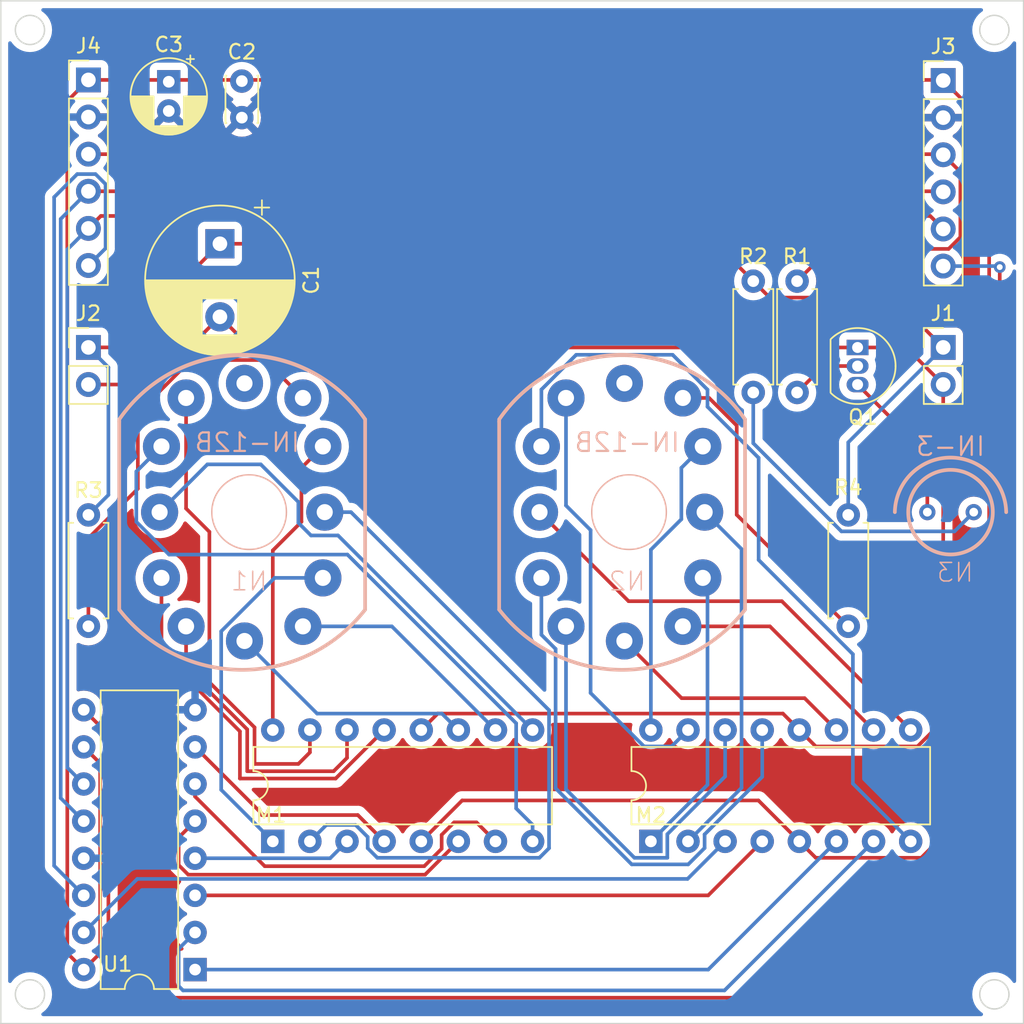
<source format=kicad_pcb>
(kicad_pcb (version 20211014) (generator pcbnew)
  (title_block (title "Nixie Clock 2 Digit IN-12B Panel") (date "2022-12-21") (rev "1.0"))
  (layers (0 "F.Cu" signal) (31 "B.Cu" signal) (34 "B.Paste" user) (35 "F.Paste" user) (36 "B.SilkS" user "B.Silkscreen") (37 "F.SilkS" user "F.Silkscreen") (38 "B.Mask" user) (39 "F.Mask" user) (44 "Edge.Cuts" user))
  (net 0 "")
  (net 1 "GND1")
  (net 2 "+180V")
  (net 3 "VCC")
  (net 4 "GND")
  (net 5 "/SEROUT")
  (net 6 "/SRCLK")
  (net 7 "/RCLK")
  (net 8 "/NBLB{slash}INS1{slash}IN3")
  (net 9 "/SERIN")
  (net 10 "Net-(M1-Pad16)")
  (net 11 "Net-(M1-Pad15)")
  (net 12 "Net-(M1-Pad14)")
  (net 13 "Net-(M1-Pad13)")
  (net 14 "Net-(M1-Pad11)")
  (net 15 "Net-(M1-Pad10)")
  (net 16 "Net-(M1-Pad9)")
  (net 17 "Net-(M1-Pad8)")
  (net 18 "/QG")
  (net 19 "/QF")
  (net 20 "/QH")
  (net 21 "/QE")
  (net 22 "Net-(M1-Pad2)")
  (net 23 "Net-(M1-Pad1)")
  (net 24 "Net-(M2-Pad16)")
  (net 25 "Net-(M2-Pad15)")
  (net 26 "Net-(M2-Pad14)")
  (net 27 "Net-(M2-Pad13)")
  (net 28 "Net-(M2-Pad11)")
  (net 29 "Net-(M2-Pad10)")
  (net 30 "Net-(M2-Pad9)")
  (net 31 "Net-(M2-Pad8)")
  (net 32 "/QC")
  (net 33 "/QB")
  (net 34 "/QD")
  (net 35 "/QA")
  (net 36 "Net-(M2-Pad2)")
  (net 37 "Net-(M2-Pad1)")
  (net 39 "Net-(N1-PadA)")
  (net 41 "Net-(N2-PadA)")
  (net 42 "Net-(N3-PadK)")
  (net 43 "Net-(N3-PadA)")
  (net 44 "Net-(Q1-Pad2)")
  (footprint "Package_DIP:DIP-16_W7.62mm" (layer "F.Cu") (at 159.993839 112.53 90)
    (fp_text reference "M2" (at 1.8 0) (layer "F.SilkS"))
    (fp_text value "74141DIP16")
    (pad "1" thru_hole rect (at 0 0 90) (size 1.6 1.6) (drill 0.8) (layers F&B.Cu *.Mask) (net 37 "Net-(M2-Pad1)"))
    (pad "2" thru_hole oval (at 0 2.54 90) (size 1.6 1.6) (drill 0.8) (layers F&B.Cu *.Mask) (net 36 "Net-(M2-Pad2)"))
    (pad "3" thru_hole oval (at 0 5.08 90) (size 1.6 1.6) (drill 0.8) (layers F&B.Cu *.Mask) (net 35 "/QA"))
    (pad "4" thru_hole oval (at 0 7.62 90) (size 1.6 1.6) (drill 0.8) (layers F&B.Cu *.Mask) (net 34 "/QD"))
    (pad "5" thru_hole oval (at 0 10.16 90) (size 1.6 1.6) (drill 0.8) (layers F&B.Cu *.Mask) (net 3 "VCC"))
    (pad "6" thru_hole oval (at 0 12.7 90) (size 1.6 1.6) (drill 0.8) (layers F&B.Cu *.Mask) (net 33 "/QB"))
    (pad "7" thru_hole oval (at 0 15.24 90) (size 1.6 1.6) (drill 0.8) (layers F&B.Cu *.Mask) (net 32 "/QC"))
    (pad "8" thru_hole oval (at 0 17.78 90) (size 1.6 1.6) (drill 0.8) (layers F&B.Cu *.Mask) (net 31 "Net-(M2-Pad8)"))
    (pad "9" thru_hole oval (at 7.62 17.78 90) (size 1.6 1.6) (drill 0.8) (layers F&B.Cu *.Mask) (net 30 "Net-(M2-Pad9)"))
    (pad "10" thru_hole oval (at 7.62 15.24 90) (size 1.6 1.6) (drill 0.8) (layers F&B.Cu *.Mask) (net 29 "Net-(M2-Pad10)"))
    (pad "11" thru_hole oval (at 7.62 12.7 90) (size 1.6 1.6) (drill 0.8) (layers F&B.Cu *.Mask) (net 28 "Net-(M2-Pad11)"))
    (pad "12" thru_hole oval (at 7.62 10.16 90) (size 1.6 1.6) (drill 0.8) (layers F&B.Cu *.Mask) (net 1 "GND1"))
    (pad "13" thru_hole oval (at 7.62 7.62 90) (size 1.6 1.6) (drill 0.8) (layers F&B.Cu *.Mask) (net 27 "Net-(M2-Pad13)"))
    (pad "14" thru_hole oval (at 7.62 5.08 90) (size 1.6 1.6) (drill 0.8) (layers F&B.Cu *.Mask) (net 26 "Net-(M2-Pad14)"))
    (pad "15" thru_hole oval (at 7.62 2.54 90) (size 1.6 1.6) (drill 0.8) (layers F&B.Cu *.Mask) (net 25 "Net-(M2-Pad15)"))
    (pad "16" thru_hole oval (at 7.62 0 90) (size 1.6 1.6) (drill 0.8) (layers F&B.Cu *.Mask) (net 24 "Net-(M2-Pad16)"))
  )
  (footprint "Resistor_THT:R_Axial_DIN0207_L6.3mm_D2.5mm_P7.62mm_Horizontal" (layer "F.Cu") (at 173.5 97.81 90)
    (fp_text reference "R4" (at 9.5 0) (layer "F.SilkS"))
    (fp_text value "15k")
    (pad "1" thru_hole circle (at 0 0 90) (size 1.6 1.6) (drill 0.8) (layers F&B.Cu *.Mask) (net 41 "Net-(N2-PadA)"))
    (pad "2" thru_hole oval (at 7.62 0 90) (size 1.6 1.6) (drill 0.8) (layers F&B.Cu *.Mask) (net 2 "+180V"))
  )
  (footprint "Connector_PinHeader_2.54mm:PinHeader_1x06_P2.54mm_Vertical" (layer "F.Cu") (at 180 60.46)
    (fp_text reference "J3" (at 0 -2.33) (layer "F.SilkS"))
    (fp_text value "MCUOUT")
    (pad "1" thru_hole rect (at 0 0) (size 1.7 1.7) (drill 1) (layers F&B.Cu *.Mask) (net 3 "VCC"))
    (pad "2" thru_hole oval (at 0 2.54) (size 1.7 1.7) (drill 1) (layers F&B.Cu *.Mask) (net 4 "GND"))
    (pad "3" thru_hole oval (at 0 5.08) (size 1.7 1.7) (drill 1) (layers F&B.Cu *.Mask) (net 8 "/NBLB{slash}INS1{slash}IN3"))
    (pad "4" thru_hole oval (at 0 7.62) (size 1.7 1.7) (drill 1) (layers F&B.Cu *.Mask) (net 7 "/RCLK"))
    (pad "5" thru_hole oval (at 0 10.16) (size 1.7 1.7) (drill 1) (layers F&B.Cu *.Mask) (net 6 "/SRCLK"))
    (pad "6" thru_hole oval (at 0 12.7) (size 1.7 1.7) (drill 1) (layers F&B.Cu *.Mask) (net 5 "/SEROUT"))
  )
  (footprint "Capacitor_THT:CP_Radial_D5.0mm_P2.00mm" (layer "F.Cu") (at 127 60.544888 -90)
    (fp_text reference "C3" (at -2.544888 0 180) (layer "F.SilkS"))
    (fp_text value "1uF")
    (pad "1" thru_hole rect (at 0 0 270) (size 1.6 1.6) (drill 0.8) (layers F&B.Cu *.Mask) (net 3 "VCC"))
    (pad "2" thru_hole circle (at 2 0 270) (size 1.6 1.6) (drill 0.8) (layers F&B.Cu *.Mask) (net 4 "GND"))
  )
  (footprint "Capacitor_THT:C_Disc_D3.0mm_W2.0mm_P2.50mm" (layer "F.Cu") (at 132 63 90)
    (fp_text reference "C2" (at 4.5 0 180) (layer "F.SilkS"))
    (fp_text value "100nF")
    (pad "1" thru_hole circle (at 0 0 90) (size 1.6 1.6) (drill 0.8) (layers F&B.Cu *.Mask) (net 4 "GND"))
    (pad "2" thru_hole circle (at 2.5 0 90) (size 1.6 1.6) (drill 0.8) (layers F&B.Cu *.Mask) (net 3 "VCC"))
  )
  (footprint "Resistor_THT:R_Axial_DIN0207_L6.3mm_D2.5mm_P7.62mm_Horizontal" (layer "F.Cu") (at 167 74.19 -90)
    (fp_text reference "R2" (at -1.69 0 180) (layer "F.SilkS"))
    (fp_text value "270k")
    (pad "1" thru_hole circle (at 0 0 270) (size 1.6 1.6) (drill 0.8) (layers F&B.Cu *.Mask) (net 2 "+180V"))
    (pad "2" thru_hole oval (at 7.62 0 270) (size 1.6 1.6) (drill 0.8) (layers F&B.Cu *.Mask) (net 43 "Net-(N3-PadA)"))
  )
  (footprint "Resistor_THT:R_Axial_DIN0207_L6.3mm_D2.5mm_P7.62mm_Horizontal" (layer "F.Cu") (at 121.5 97.81 90)
    (fp_text reference "R3" (at 9.31 0 180) (layer "F.SilkS"))
    (fp_text value "15k")
    (pad "1" thru_hole circle (at 0 0 90) (size 1.6 1.6) (drill 0.8) (layers F&B.Cu *.Mask) (net 39 "Net-(N1-PadA)"))
    (pad "2" thru_hole oval (at 7.62 0 90) (size 1.6 1.6) (drill 0.8) (layers F&B.Cu *.Mask) (net 2 "+180V"))
  )
  (footprint "Capacitor_THT:CP_Radial_D10.0mm_P5.00mm" (layer "F.Cu") (at 130.5 71.632323 -90)
    (fp_text reference "C1" (at 2.5 -6.25 90) (layer "F.SilkS"))
    (fp_text value "10uF")
    (pad "1" thru_hole rect (at 0 0 270) (size 2 2) (drill 1) (layers F&B.Cu *.Mask) (net 2 "+180V"))
    (pad "2" thru_hole circle (at 5 0 270) (size 2 2) (drill 1) (layers F&B.Cu *.Mask) (net 1 "GND1"))
  )
  (footprint "Connector_PinHeader_2.54mm:PinHeader_1x06_P2.54mm_Vertical" (layer "F.Cu") (at 121.5 60.42)
    (fp_text reference "J4" (at 0 -2.33) (layer "F.SilkS"))
    (fp_text value "MCUIN")
    (pad "1" thru_hole rect (at 0 0) (size 1.7 1.7) (drill 1) (layers F&B.Cu *.Mask) (net 3 "VCC"))
    (pad "2" thru_hole oval (at 0 2.54) (size 1.7 1.7) (drill 1) (layers F&B.Cu *.Mask) (net 4 "GND"))
    (pad "3" thru_hole oval (at 0 5.08) (size 1.7 1.7) (drill 1) (layers F&B.Cu *.Mask) (net 8 "/NBLB{slash}INS1{slash}IN3"))
    (pad "4" thru_hole oval (at 0 7.62) (size 1.7 1.7) (drill 1) (layers F&B.Cu *.Mask) (net 7 "/RCLK"))
    (pad "5" thru_hole oval (at 0 10.16) (size 1.7 1.7) (drill 1) (layers F&B.Cu *.Mask) (net 6 "/SRCLK"))
    (pad "6" thru_hole oval (at 0 12.7) (size 1.7 1.7) (drill 1) (layers F&B.Cu *.Mask) (net 9 "/SERIN"))
  )
  (footprint "Package_DIP:DIP-16_W7.62mm" (layer "F.Cu") (at 128.8 121.305 180)
    (fp_text reference "U1" (at 5.3 0.375 180) (layer "F.SilkS"))
    (fp_text value "74HC595")
    (pad "1" thru_hole rect (at 0 0 180) (size 1.6 1.6) (drill 0.8) (layers F&B.Cu *.Mask) (net 33 "/QB"))
    (pad "2" thru_hole oval (at 0 2.54 180) (size 1.6 1.6) (drill 0.8) (layers F&B.Cu *.Mask) (net 32 "/QC"))
    (pad "3" thru_hole oval (at 0 5.08 180) (size 1.6 1.6) (drill 0.8) (layers F&B.Cu *.Mask) (net 34 "/QD"))
    (pad "4" thru_hole oval (at 0 7.62 180) (size 1.6 1.6) (drill 0.8) (layers F&B.Cu *.Mask) (net 21 "/QE"))
    (pad "5" thru_hole oval (at 0 10.16 180) (size 1.6 1.6) (drill 0.8) (layers F&B.Cu *.Mask) (net 19 "/QF"))
    (pad "6" thru_hole oval (at 0 12.7 180) (size 1.6 1.6) (drill 0.8) (layers F&B.Cu *.Mask) (net 18 "/QG"))
    (pad "7" thru_hole oval (at 0 15.24 180) (size 1.6 1.6) (drill 0.8) (layers F&B.Cu *.Mask) (net 20 "/QH"))
    (pad "8" thru_hole oval (at 0 17.78 180) (size 1.6 1.6) (drill 0.8) (layers F&B.Cu *.Mask) (net 4 "GND"))
    (pad "9" thru_hole oval (at 7.62 17.78 180) (size 1.6 1.6) (drill 0.8) (layers F&B.Cu *.Mask) (net 5 "/SEROUT"))
    (pad "10" thru_hole oval (at 7.62 15.24 180) (size 1.6 1.6) (drill 0.8) (layers F&B.Cu *.Mask) (net 3 "VCC"))
    (pad "11" thru_hole oval (at 7.62 12.7 180) (size 1.6 1.6) (drill 0.8) (layers F&B.Cu *.Mask) (net 6 "/SRCLK"))
    (pad "12" thru_hole oval (at 7.62 10.16 180) (size 1.6 1.6) (drill 0.8) (layers F&B.Cu *.Mask) (net 7 "/RCLK"))
    (pad "13" thru_hole oval (at 7.62 7.62 180) (size 1.6 1.6) (drill 0.8) (layers F&B.Cu *.Mask) (net 4 "GND"))
    (pad "14" thru_hole oval (at 7.62 5.08 180) (size 1.6 1.6) (drill 0.8) (layers F&B.Cu *.Mask) (net 9 "/SERIN"))
    (pad "15" thru_hole oval (at 7.62 2.54 180) (size 1.6 1.6) (drill 0.8) (layers F&B.Cu *.Mask) (net 35 "/QA"))
    (pad "16" thru_hole oval (at 7.62 0 180) (size 1.6 1.6) (drill 0.8) (layers F&B.Cu *.Mask) (net 3 "VCC"))
  )
  (footprint "Connector_PinHeader_2.54mm:PinHeader_1x02_P2.54mm_Vertical" (layer "F.Cu") (at 180 78.725)
    (fp_text reference "J1" (at 0 -2.33) (layer "F.SilkS"))
    (fp_text value "HVOUT")
    (pad "1" thru_hole rect (at 0 0) (size 1.7 1.7) (drill 1) (layers F&B.Cu *.Mask) (net 2 "+180V"))
    (pad "2" thru_hole oval (at 0 2.54) (size 1.7 1.7) (drill 1) (layers F&B.Cu *.Mask) (net 1 "GND1"))
  )
  (footprint "Package_DIP:DIP-16_W7.62mm" (layer "F.Cu") (at 134.118839 112.53 90)
    (fp_text reference "M1" (at 1.8 -0.125) (layer "F.SilkS"))
    (fp_text value "74141DIP16")
    (pad "1" thru_hole rect (at 0 0 90) (size 1.6 1.6) (drill 0.8) (layers F&B.Cu *.Mask) (net 23 "Net-(M1-Pad1)"))
    (pad "2" thru_hole oval (at 0 2.54 90) (size 1.6 1.6) (drill 0.8) (layers F&B.Cu *.Mask) (net 22 "Net-(M1-Pad2)"))
    (pad "3" thru_hole oval (at 0 5.08 90) (size 1.6 1.6) (drill 0.8) (layers F&B.Cu *.Mask) (net 21 "/QE"))
    (pad "4" thru_hole oval (at 0 7.62 90) (size 1.6 1.6) (drill 0.8) (layers F&B.Cu *.Mask) (net 20 "/QH"))
    (pad "5" thru_hole oval (at 0 10.16 90) (size 1.6 1.6) (drill 0.8) (layers F&B.Cu *.Mask) (net 3 "VCC"))
    (pad "6" thru_hole oval (at 0 12.7 90) (size 1.6 1.6) (drill 0.8) (layers F&B.Cu *.Mask) (net 19 "/QF"))
    (pad "7" thru_hole oval (at 0 15.24 90) (size 1.6 1.6) (drill 0.8) (layers F&B.Cu *.Mask) (net 18 "/QG"))
    (pad "8" thru_hole oval (at 0 17.78 90) (size 1.6 1.6) (drill 0.8) (layers F&B.Cu *.Mask) (net 17 "Net-(M1-Pad8)"))
    (pad "9" thru_hole oval (at 7.62 17.78 90) (size 1.6 1.6) (drill 0.8) (layers F&B.Cu *.Mask) (net 16 "Net-(M1-Pad9)"))
    (pad "10" thru_hole oval (at 7.62 15.24 90) (size 1.6 1.6) (drill 0.8) (layers F&B.Cu *.Mask) (net 15 "Net-(M1-Pad10)"))
    (pad "11" thru_hole oval (at 7.62 12.7 90) (size 1.6 1.6) (drill 0.8) (layers F&B.Cu *.Mask) (net 14 "Net-(M1-Pad11)"))
    (pad "12" thru_hole oval (at 7.62 10.16 90) (size 1.6 1.6) (drill 0.8) (layers F&B.Cu *.Mask) (net 1 "GND1"))
    (pad "13" thru_hole oval (at 7.62 7.62 90) (size 1.6 1.6) (drill 0.8) (layers F&B.Cu *.Mask) (net 13 "Net-(M1-Pad13)"))
    (pad "14" thru_hole oval (at 7.62 5.08 90) (size 1.6 1.6) (drill 0.8) (layers F&B.Cu *.Mask) (net 12 "Net-(M1-Pad14)"))
    (pad "15" thru_hole oval (at 7.62 2.54 90) (size 1.6 1.6) (drill 0.8) (layers F&B.Cu *.Mask) (net 11 "Net-(M1-Pad15)"))
    (pad "16" thru_hole oval (at 7.62 0 90) (size 1.6 1.6) (drill 0.8) (layers F&B.Cu *.Mask) (net 10 "Net-(M1-Pad16)"))
  )
  (footprint "Resistor_THT:R_Axial_DIN0207_L6.3mm_D2.5mm_P7.62mm_Horizontal" (layer "F.Cu") (at 170 74.19 -90)
    (fp_text reference "R1" (at -1.69 0 180) (layer "F.SilkS"))
    (fp_text value "4k7")
    (pad "1" thru_hole circle (at 0 0 270) (size 1.6 1.6) (drill 0.8) (layers F&B.Cu *.Mask) (net 8 "/NBLB{slash}INS1{slash}IN3"))
    (pad "2" thru_hole oval (at 7.62 0 270) (size 1.6 1.6) (drill 0.8) (layers F&B.Cu *.Mask) (net 44 "Net-(Q1-Pad2)"))
  )
  (footprint "Connector_PinHeader_2.54mm:PinHeader_1x02_P2.54mm_Vertical" (layer "F.Cu") (at 121.5 78.725)
    (fp_text reference "J2" (at 0 -2.33) (layer "F.SilkS"))
    (fp_text value "HV IN")
    (pad "1" thru_hole rect (at 0 0) (size 1.7 1.7) (drill 1) (layers F&B.Cu *.Mask) (net 2 "+180V"))
    (pad "2" thru_hole oval (at 0 2.54) (size 1.7 1.7) (drill 1) (layers F&B.Cu *.Mask) (net 1 "GND1"))
  )
  (footprint "Package_TO_SOT_THT:TO-92_Inline" (layer "F.Cu") (at 174.14 78.73 -90)
    (fp_text reference "Q1" (at 4.77 -0.36) (layer "F.SilkS"))
    (fp_text value "MPSA42")
    (pad "1" thru_hole rect (at 0 0 270) (size 1.05 1.5) (drill 0.75) (layers F&B.Cu *.Mask) (net 1 "GND1"))
    (pad "2" thru_hole oval (at 1.27 0 270) (size 1.05 1.5) (drill 0.75) (layers F&B.Cu *.Mask) (net 44 "Net-(Q1-Pad2)"))
    (pad "3" thru_hole oval (at 2.54 0 270) (size 1.05 1.5) (drill 0.75) (layers F&B.Cu *.Mask) (net 42 "Net-(N3-PadK)"))
  )
  (footprint "nixies-us:nixies-us-IN-3" (layer "B.Cu") (at 180.5 90 180)
    (fp_text reference "N3" (at -0.3175 -4.1275) (layer "B.SilkS") (effects (font (size 1.27 1.27) (thickness 0.1016)) (justify mirror)))
    (fp_text value "IN-3" (at -0.001068 4.5) (layer "B.SilkS") (effects (font (size 1.27 1.27)) (justify mirror)))
    (pad "A" thru_hole circle (at -1.5875 0 180) (size 1.10744 1.10744) (drill 0.59944) (layers F&B.Cu *.Mask) (net 43 "Net-(N3-PadA)"))
    (pad "K" thru_hole circle (at 1.5875 0 180) (size 1.10744 1.10744) (drill 0.59944) (layers F&B.Cu *.Mask) (net 42 "Net-(N3-PadK)"))
  )
  (footprint "nixies-us:nixies-us-IN-12" (layer "B.Cu") (at 132.5 90)
    (fp_text reference "N1" (at 0 4.73 180) (layer "B.SilkS") (effects (font (size 1.27 1.27) (thickness 0.1016)) (justify mirror)))
    (fp_text value "IN-12B" (at -0.131161 -4.77) (layer "B.SilkS") (effects (font (size 1.27 1.27)) (justify mirror)))
    (pad "" np_thru_hole circle (at 0 0) (size 4.99872 4.99872) (drill 4.99872) (layers *.Cu *.Mask))
    (pad "0" thru_hole circle (at 5.04698 -4.49834) (size 2.54 2.54) (drill 1.09982) (layers *.Cu *.Mask) (net 10 "Net-(M1-Pad16)"))
    (pad "1" thru_hole circle (at -4.31546 -7.81558) (size 2.54 2.54) (drill 1.09982) (layers *.Cu *.Mask) (net 11 "Net-(M1-Pad15)"))
    (pad "2" thru_hole circle (at -5.99948 -4.49834) (size 2.54 2.54) (drill 1.09982) (layers *.Cu *.Mask) (net 17 "Net-(M1-Pad8)"))
    (pad "3" thru_hole circle (at -6.12648 0) (size 2.54 2.54) (drill 1.09982) (layers *.Cu *.Mask) (net 16 "Net-(M1-Pad9)"))
    (pad "4" thru_hole circle (at -5.99948 4.49834) (size 2.54 2.54) (drill 1.09982) (layers *.Cu *.Mask) (net 13 "Net-(M1-Pad13)"))
    (pad "5" thru_hole circle (at -4.31546 7.81558) (size 2.54 2.54) (drill 1.09982) (layers *.Cu *.Mask) (net 12 "Net-(M1-Pad14)"))
    (pad "6" thru_hole circle (at -0.3175 8.81634) (size 2.54 2.54) (drill 1.09982) (layers *.Cu *.Mask) (net 14 "Net-(M1-Pad11)"))
    (pad "7" thru_hole circle (at 3.68046 7.81558) (size 2.54 2.54) (drill 1.09982) (layers *.Cu *.Mask) (net 15 "Net-(M1-Pad10)"))
    (pad "8" thru_hole circle (at 5.04698 4.49834) (size 2.54 2.54) (drill 1.09982) (layers *.Cu *.Mask) (net 23 "Net-(M1-Pad1)"))
    (pad "9" thru_hole circle (at 5.17398 0) (size 2.54 2.54) (drill 1.09982) (layers *.Cu *.Mask) (net 22 "Net-(M1-Pad2)"))
    (pad "A" thru_hole circle (at 3.68046 -7.81558) (size 2.54 2.54) (drill 1.09982) (layers *.Cu *.Mask) (net 39 "Net-(N1-PadA)"))
    (pad "LHDP" thru_hole circle (at -0.3175 -8.81634) (size 2.54 2.54) (drill 1.09982) (layers *.Cu *.Mask))
  )
  (footprint "nixies-us:nixies-us-IN-12" (layer "B.Cu") (at 158.5 90)
    (fp_text reference "N2" (at -0.131161 4.73 180) (layer "B.SilkS") (effects (font (size 1.27 1.27) (thickness 0.1016)) (justify mirror)))
    (fp_text value "IN-12B" (at -0.131161 -4.77) (layer "B.SilkS") (effects (font (size 1.27 1.27)) (justify mirror)))
    (pad "" np_thru_hole circle (at 0 0) (size 4.99872 4.99872) (drill 4.99872) (layers *.Cu *.Mask))
    (pad "0" thru_hole circle (at 5.04698 -4.49834) (size 2.54 2.54) (drill 1.09982) (layers *.Cu *.Mask) (net 24 "Net-(M2-Pad16)"))
    (pad "1" thru_hole circle (at -4.31546 -7.81558) (size 2.54 2.54) (drill 1.09982) (layers *.Cu *.Mask) (net 25 "Net-(M2-Pad15)"))
    (pad "2" thru_hole circle (at -5.99948 -4.49834) (size 2.54 2.54) (drill 1.09982) (layers *.Cu *.Mask) (net 31 "Net-(M2-Pad8)"))
    (pad "3" thru_hole circle (at -6.12648 0) (size 2.54 2.54) (drill 1.09982) (layers *.Cu *.Mask) (net 30 "Net-(M2-Pad9)"))
    (pad "4" thru_hole circle (at -5.99948 4.49834) (size 2.54 2.54) (drill 1.09982) (layers *.Cu *.Mask) (net 27 "Net-(M2-Pad13)"))
    (pad "5" thru_hole circle (at -4.31546 7.81558) (size 2.54 2.54) (drill 1.09982) (layers *.Cu *.Mask) (net 26 "Net-(M2-Pad14)"))
    (pad "6" thru_hole circle (at -0.3175 8.81634) (size 2.54 2.54) (drill 1.09982) (layers *.Cu *.Mask) (net 28 "Net-(M2-Pad11)"))
    (pad "7" thru_hole circle (at 3.68046 7.81558) (size 2.54 2.54) (drill 1.09982) (layers *.Cu *.Mask) (net 29 "Net-(M2-Pad10)"))
    (pad "8" thru_hole circle (at 5.04698 4.49834) (size 2.54 2.54) (drill 1.09982) (layers *.Cu *.Mask) (net 37 "Net-(M2-Pad1)"))
    (pad "9" thru_hole circle (at 5.17398 0) (size 2.54 2.54) (drill 1.09982) (layers *.Cu *.Mask) (net 36 "Net-(M2-Pad2)"))
    (pad "A" thru_hole circle (at 3.68046 -7.81558) (size 2.54 2.54) (drill 1.09982) (layers *.Cu *.Mask) (net 41 "Net-(N2-PadA)"))
    (pad "LHDP" thru_hole circle (at -0.3175 -8.81634) (size 2.54 2.54) (drill 1.09982) (layers *.Cu *.Mask))
  )
  (gr_circle (center 183.5 123) (end 184.5 123) (layer "Edge.Cuts") (width 0.1) (fill none))
  (gr_circle (center 117.5 57) (end 116.5 57) (layer "Edge.Cuts") (width 0.1) (fill none))
  (gr_circle (center 117.5 123) (end 116.5 123) (layer "Edge.Cuts") (width 0.1) (fill none))
  (gr_rect (start 115.5 55) (end 185.5 125) (layer "Edge.Cuts") (width 0.1) (fill none))
  (gr_circle (center 183.5 57) (end 184.5 57) (layer "Edge.Cuts") (width 0.1) (fill none))
  (gr_text "IN-12B\nv1.0" (at 180.368839 119.73) (layer "F.Cu") (effects (font (size 1.5 1.5) (thickness 0.3))))
  (segment (start 180 104.27483) (end 178.23983 106.035) (width 0.25) (layer "F.Cu") (net 1))
  (segment (start 121.5 81.265) (end 125.867323 81.265) (width 0.25) (layer "F.Cu") (net 1))
  (segment (start 130.5 76.632323) (end 132.597677 78.73) (width 0.25) (layer "F.Cu") (net 1))
  (segment (start 180 81.265) (end 180 104.27483) (width 0.25) (layer "F.Cu") (net 1))
  (segment (start 174.14 78.73) (end 177.465 78.73) (width 0.25) (layer "F.Cu") (net 1))
  (segment (start 169.028839 103.785) (end 145.403839 103.785) (width 0.25) (layer "F.Cu") (net 1))
  (segment (start 170.153839 104.91) (end 169.028839 103.785) (width 0.25) (layer "F.Cu") (net 1))
  (segment (start 171.278839 106.035) (end 170.153839 104.91) (width 0.25) (layer "F.Cu") (net 1))
  (segment (start 178.23983 106.035) (end 171.278839 106.035) (width 0.25) (layer "F.Cu") (net 1))
  (segment (start 132.597677 78.73) (end 174.14 78.73) (width 0.25) (layer "F.Cu") (net 1))
  (segment (start 177.465 78.73) (end 180 81.265) (width 0.25) (layer "F.Cu") (net 1))
  (segment (start 145.403839 103.785) (end 144.278839 104.91) (width 0.25) (layer "F.Cu") (net 1))
  (segment (start 125.867323 81.265) (end 130.5 76.632323) (width 0.25) (layer "F.Cu") (net 1))
  (segment (start 167 74.19) (end 168.125 75.315) (width 0.25) (layer "F.Cu") (net 2))
  (segment (start 123.407323 78.725) (end 130.5 71.632323) (width 0.25) (layer "F.Cu") (net 2))
  (segment (start 121.5 78.725) (end 123.407323 78.725) (width 0.25) (layer "F.Cu") (net 2))
  (segment (start 176.59 75.315) (end 180 78.725) (width 0.25) (layer "F.Cu") (net 2))
  (segment (start 168.125 75.315) (end 176.59 75.315) (width 0.25) (layer "F.Cu") (net 2))
  (segment (start 164.442323 71.632323) (end 167 74.19) (width 0.25) (layer "F.Cu") (net 2))
  (segment (start 130.5 71.632323) (end 164.442323 71.632323) (width 0.25) (layer "F.Cu") (net 2))
  (segment (start 122.868839 88.821161) (end 121.5 90.19) (width 0.25) (layer "B.Cu") (net 2))
  (segment (start 173.5 85.225) (end 180 78.725) (width 0.25) (layer "B.Cu") (net 2))
  (segment (start 121.5 78.725) (end 122.868839 80.093839) (width 0.25) (layer "B.Cu") (net 2))
  (segment (start 122.868839 80.093839) (end 122.868839 88.821161) (width 0.25) (layer "B.Cu") (net 2))
  (segment (start 173.5 90.19) (end 173.5 85.225) (width 0.25) (layer "B.Cu") (net 2))
  (segment (start 121.18 121.305) (end 122.305 120.18) (width 0.25) (layer "F.Cu") (net 3))
  (segment (start 167.353839 109.73) (end 170.153839 112.53) (width 0.25) (layer "F.Cu") (net 3))
  (segment (start 183.143839 109.005) (end 183.143839 63.603839) (width 0.25) (layer "F.Cu") (net 3))
  (segment (start 179.96 60.42) (end 180 60.46) (width 0.25) (layer "F.Cu") (net 3))
  (segment (start 183.143839 63.603839) (end 180 60.46) (width 0.25) (layer "F.Cu") (net 3))
  (segment (start 122.305 107.19) (end 121.18 106.065) (width 0.25) (layer "F.Cu") (net 3))
  (segment (start 120.055 120.18) (end 121.18 121.305) (width 0.25) (layer "F.Cu") (net 3))
  (segment (start 120.055 61.865) (end 120.055 120.18) (width 0.25) (layer "F.Cu") (net 3))
  (segment (start 170.153839 112.53) (end 171.278839 113.655) (width 0.25) (layer "F.Cu") (net 3))
  (segment (start 121.5 60.42) (end 179.96 60.42) (width 0.25) (layer "F.Cu") (net 3))
  (segment (start 178.493839 113.655) (end 183.143839 109.005) (width 0.25) (layer "F.Cu") (net 3))
  (segment (start 121.5 60.42) (end 120.055 61.865) (width 0.25) (layer "F.Cu") (net 3))
  (segment (start 144.278839 112.53) (end 147.078839 109.73) (width 0.25) (layer "F.Cu") (net 3))
  (segment (start 147.078839 109.73) (end 167.353839 109.73) (width 0.25) (layer "F.Cu") (net 3))
  (segment (start 122.305 120.18) (end 122.305 107.19) (width 0.25) (layer "F.Cu") (net 3))
  (segment (start 171.278839 113.655) (end 178.493839 113.655) (width 0.25) (layer "F.Cu") (net 3))
  (segment (start 183.868839 109.23) (end 183.868839 73.23) (width 0.25) (layer "F.Cu") (net 5))
  (segment (start 121.18 103.525) (end 122.868839 105.213839) (width 0.25) (layer "F.Cu") (net 5))
  (segment (start 122.868839 123.23) (end 169.868839 123.23) (width 0.25) (layer "F.Cu") (net 5))
  (segment (start 122.868839 105.213839) (end 122.868839 123.23) (width 0.25) (layer "F.Cu") (net 5))
  (segment (start 169.868839 123.23) (end 183.868839 109.23) (width 0.25) (layer "F.Cu") (net 5))
  (via (at 183.868839 73.23) (size 0.8) (drill 0.4) (layers "F.Cu" "B.Cu") (net 5))
  (segment (start 183.798839 73.16) (end 180 73.16) (width 0.25) (layer "B.Cu") (net 5))
  (segment (start 183.868839 73.23) (end 183.798839 73.16) (width 0.25) (layer "B.Cu") (net 5))
  (segment (start 179.11 69.73) (end 180 70.62) (width 0.25) (layer "F.Cu") (net 6))
  (segment (start 122.35 69.73) (end 179.11 69.73) (width 0.25) (layer "F.Cu") (net 6))
  (segment (start 121.5 70.58) (end 122.35 69.73) (width 0.25) (layer "F.Cu") (net 6))
  (segment (start 120.055 72.025) (end 120.055 107.48) (width 0.25) (layer "B.Cu") (net 6))
  (segment (start 121.5 70.58) (end 120.055 72.025) (width 0.25) (layer "B.Cu") (net 6))
  (segment (start 120.055 107.48) (end 121.18 108.605) (width 0.25) (layer "B.Cu") (net 6))
  (segment (start 121.5 68.04) (end 179.96 68.04) (width 0.25) (layer "F.Cu") (net 7))
  (segment (start 179.96 68.04) (end 180 68.08) (width 0.25) (layer "F.Cu") (net 7))
  (segment (start 119.605 109.57) (end 119.605 69.935) (width 0.25) (layer "B.Cu") (net 7))
  (segment (start 121.18 111.145) (end 119.605 109.57) (width 0.25) (layer "B.Cu") (net 7))
  (segment (start 119.605 69.935) (end 121.5 68.04) (width 0.25) (layer "B.Cu") (net 7))
  (segment (start 181.175 71.178839) (end 180.368839 71.985) (width 0.25) (layer "F.Cu") (net 8))
  (segment (start 180.368839 71.985) (end 172.205 71.985) (width 0.25) (layer "F.Cu") (net 8))
  (segment (start 179.96 65.5) (end 180 65.54) (width 0.25) (layer "F.Cu") (net 8))
  (segment (start 180 65.54) (end 181.175 66.715) (width 0.25) (layer "F.Cu") (net 8))
  (segment (start 181.175 66.715) (end 181.175 71.178839) (width 0.25) (layer "F.Cu") (net 8))
  (segment (start 172.205 71.985) (end 170 74.19) (width 0.25) (layer "F.Cu") (net 8))
  (segment (start 121.5 65.5) (end 179.96 65.5) (width 0.25) (layer "F.Cu") (net 8))
  (segment (start 121.986701 66.865) (end 120.733839 66.865) (width 0.25) (layer "B.Cu") (net 9))
  (segment (start 120.733839 66.865) (end 119.155 68.443839) (width 0.25) (layer "B.Cu") (net 9))
  (segment (start 122.675 71.945) (end 122.675 67.553299) (width 0.25) (layer "B.Cu") (net 9))
  (segment (start 122.675 67.553299) (end 121.986701 66.865) (width 0.25) (layer "B.Cu") (net 9))
  (segment (start 119.155 114.2) (end 121.18 116.225) (width 0.25) (layer "B.Cu") (net 9))
  (segment (start 119.155 68.443839) (end 119.155 114.2) (width 0.25) (layer "B.Cu") (net 9))
  (segment (start 121.5 73.12) (end 122.675 71.945) (width 0.25) (layer "B.Cu") (net 9))
  (segment (start 134.118839 92.620812) (end 136.07898 90.660671) (width 0.25) (layer "F.Cu") (net 10))
  (segment (start 136.07898 86.96966) (end 137.54698 85.50166) (width 0.25) (layer "F.Cu") (net 10))
  (segment (start 136.07898 90.660671) (end 136.07898 86.96966) (width 0.25) (layer "F.Cu") (net 10))
  (segment (start 134.118839 104.91) (end 134.118839 92.620812) (width 0.25) (layer "F.Cu") (net 10))
  (segment (start 129.77954 91.344501) (end 128.18454 89.749501) (width 0.25) (layer "F.Cu") (net 11))
  (segment (start 128.18454 89.749501) (end 128.18454 82.18442) (width 0.25) (layer "F.Cu") (net 11))
  (segment (start 129.77954 101.640757) (end 129.77954 91.344501) (width 0.25) (layer "F.Cu") (net 11))
  (segment (start 136.658839 104.91) (end 136.658839 106.44) (width 0.25) (layer "F.Cu") (net 11))
  (segment (start 132.868839 104.730056) (end 129.77954 101.640757) (width 0.25) (layer "F.Cu") (net 11))
  (segment (start 135.868839 107.23) (end 132.868839 107.23) (width 0.25) (layer "F.Cu") (net 11))
  (segment (start 132.868839 107.23) (end 132.868839 104.730056) (width 0.25) (layer "F.Cu") (net 11))
  (segment (start 136.658839 106.44) (end 135.868839 107.23) (width 0.25) (layer "F.Cu") (net 11))
  (segment (start 139.198839 104.91) (end 139.198839 106.813604) (width 0.25) (layer "F.Cu") (net 12))
  (segment (start 132.368839 107.73) (end 132.368839 104.866452) (width 0.25) (layer "F.Cu") (net 12))
  (segment (start 128.18454 100.682153) (end 128.18454 97.81558) (width 0.25) (layer "F.Cu") (net 12))
  (segment (start 139.198839 106.813604) (end 138.282443 107.73) (width 0.25) (layer "F.Cu") (net 12))
  (segment (start 132.368839 104.866452) (end 128.18454 100.682153) (width 0.25) (layer "F.Cu") (net 12))
  (segment (start 138.282443 107.73) (end 132.368839 107.73) (width 0.25) (layer "F.Cu") (net 12))
  (segment (start 131.868839 105.002848) (end 126.50052 99.634529) (width 0.25) (layer "F.Cu") (net 13))
  (segment (start 141.738839 104.91) (end 138.418839 108.23) (width 0.25) (layer "F.Cu") (net 13))
  (segment (start 126.50052 99.634529) (end 126.50052 94.49834) (width 0.25) (layer "F.Cu") (net 13))
  (segment (start 131.868839 108.23) (end 131.868839 105.002848) (width 0.25) (layer "F.Cu") (net 13))
  (segment (start 138.418839 108.23) (end 131.868839 108.23) (width 0.25) (layer "F.Cu") (net 13))
  (segment (start 137.15116 103.785) (end 132.1825 98.81634) (width 0.25) (layer "B.Cu") (net 14))
  (segment (start 145.693839 103.785) (end 137.15116 103.785) (width 0.25) (layer "B.Cu") (net 14))
  (segment (start 146.818839 104.91) (end 145.693839 103.785) (width 0.25) (layer "B.Cu") (net 14))
  (segment (start 149.358839 104.91) (end 142.264419 97.81558) (width 0.25) (layer "B.Cu") (net 15))
  (segment (start 142.264419 97.81558) (end 136.18046 97.81558) (width 0.25) (layer "B.Cu") (net 15))
  (segment (start 151.898839 104.91) (end 138.583839 91.595) (width 0.25) (layer "B.Cu") (net 16))
  (segment (start 138.583839 91.595) (end 136.733839 91.595) (width 0.25) (layer "B.Cu") (net 16))
  (segment (start 129.64352 86.73) (end 126.37352 90) (width 0.25) (layer "B.Cu") (net 16))
  (segment (start 135.868839 90.73) (end 135.868839 89.303878) (width 0.25) (layer "B.Cu") (net 16))
  (segment (start 135.868839 89.303878) (end 133.294961 86.73) (width 0.25) (layer "B.Cu") (net 16))
  (segment (start 133.294961 86.73) (end 129.64352 86.73) (width 0.25) (layer "B.Cu") (net 16))
  (segment (start 136.733839 91.595) (end 135.868839 90.73) (width 0.25) (layer "B.Cu") (net 16))
  (segment (start 150.773839 110.27363) (end 150.773839 104.45) (width 0.25) (layer "B.Cu") (net 17))
  (segment (start 151.898839 112.53) (end 151.898839 111.39863) (width 0.25) (layer "B.Cu") (net 17))
  (segment (start 124.77852 90.660671) (end 124.77852 87.22366) (width 0.25) (layer "B.Cu") (net 17))
  (segment (start 127.021189 92.90334) (end 124.77852 90.660671) (width 0.25) (layer "B.Cu") (net 17))
  (segment (start 150.773839 104.45) (end 139.227179 92.90334) (width 0.25) (layer "B.Cu") (net 17))
  (segment (start 151.898839 111.39863) (end 150.773839 110.27363) (width 0.25) (layer "B.Cu") (net 17))
  (segment (start 124.77852 87.22366) (end 126.50052 85.50166) (width 0.25) (layer "B.Cu") (net 17))
  (segment (start 139.227179 92.90334) (end 127.021189 92.90334) (width 0.25) (layer "B.Cu") (net 17))
  (segment (start 128.8 109.461161) (end 133.568839 114.23) (width 0.25) (layer "F.Cu") (net 18))
  (segment (start 128.8 108.605) (end 128.8 109.461161) (width 0.25) (layer "F.Cu") (net 18))
  (segment (start 145.675641 112.082207) (end 146.527848 111.23) (width 0.25) (layer "F.Cu") (net 18))
  (segment (start 133.568839 114.23) (end 144.482443 114.23) (width 0.25) (layer "F.Cu") (net 18))
  (segment (start 146.527848 111.23) (end 148.058839 111.23) (width 0.25) (layer "F.Cu") (net 18))
  (segment (start 144.482443 114.23) (end 145.675641 113.036802) (width 0.25) (layer "F.Cu") (net 18))
  (segment (start 148.058839 111.23) (end 149.358839 112.53) (width 0.25) (layer "F.Cu") (net 18))
  (segment (start 145.675641 113.036802) (end 145.675641 112.082207) (width 0.25) (layer "F.Cu") (net 18))
  (segment (start 128.334009 114.81) (end 144.538839 114.81) (width 0.25) (layer "F.Cu") (net 19))
  (segment (start 127.675 114.150991) (end 128.334009 114.81) (width 0.25) (layer "F.Cu") (net 19))
  (segment (start 127.675 112.27) (end 127.675 114.150991) (width 0.25) (layer "F.Cu") (net 19))
  (segment (start 128.8 111.145) (end 127.675 112.27) (width 0.25) (layer "F.Cu") (net 19))
  (segment (start 144.538839 114.81) (end 146.818839 112.53) (width 0.25) (layer "F.Cu") (net 19))
  (segment (start 139.938839 110.73) (end 141.738839 112.53) (width 0.25) (layer "F.Cu") (net 20))
  (segment (start 128.8 106.065) (end 133.368839 110.633839) (width 0.25) (layer "F.Cu") (net 20))
  (segment (start 133.368839 110.73) (end 139.938839 110.73) (width 0.25) (layer "F.Cu") (net 20))
  (segment (start 133.368839 110.633839) (end 133.368839 110.73) (width 0.25) (layer "F.Cu") (net 20))
  (segment (start 128.8 113.685) (end 138.043839 113.685) (width 0.25) (layer "B.Cu") (net 21))
  (segment (start 138.043839 113.685) (end 139.198839 112.53) (width 0.25) (layer "B.Cu") (net 21))
  (segment (start 140.613839 112.23) (end 140.613839 112.995991) (width 0.25) (layer "B.Cu") (net 22))
  (segment (start 153.023839 103.553808) (end 139.470031 90) (width 0.25) (layer "B.Cu") (net 22))
  (segment (start 140.613839 112.995991) (end 141.272848 113.655) (width 0.25) (layer "B.Cu") (net 22))
  (segment (start 152.36483 113.655) (end 153.023839 112.995991) (width 0.25) (layer "B.Cu") (net 22))
  (segment (start 139.470031 90) (end 137.67398 90) (width 0.25) (layer "B.Cu") (net 22))
  (segment (start 141.272848 113.655) (end 152.36483 113.655) (width 0.25) (layer "B.Cu") (net 22))
  (segment (start 153.023839 112.995991) (end 153.023839 103.553808) (width 0.25) (layer "B.Cu") (net 22))
  (segment (start 137.783839 111.405) (end 139.788839 111.405) (width 0.25) (layer "B.Cu") (net 22))
  (segment (start 136.658839 112.53) (end 137.783839 111.405) (width 0.25) (layer "B.Cu") (net 22))
  (segment (start 139.788839 111.405) (end 140.613839 112.23) (width 0.25) (layer "B.Cu") (net 22))
  (segment (start 130.5875 108.998661) (end 130.5875 98.155669) (width 0.25) (layer "B.Cu") (net 23))
  (segment (start 134.244829 94.49834) (end 137.54698 94.49834) (width 0.25) (layer "B.Cu") (net 23))
  (segment (start 130.5875 98.155669) (end 134.244829 94.49834) (width 0.25) (layer "B.Cu") (net 23))
  (segment (start 134.118839 112.53) (end 130.5875 108.998661) (width 0.25) (layer "B.Cu") (net 23))
  (segment (start 159.993839 104.91) (end 159.993839 92.571122) (width 0.25) (layer "B.Cu") (net 24))
  (segment (start 162.07898 86.96966) (end 163.54698 85.50166) (width 0.25) (layer "B.Cu") (net 24))
  (segment (start 159.993839 92.571122) (end 162.07898 90.485981) (width 0.25) (layer "B.Cu") (net 24))
  (segment (start 162.07898 90.485981) (end 162.07898 86.96966) (width 0.25) (layer "B.Cu") (net 24))
  (segment (start 161.408839 106.035) (end 159.527848 106.035) (width 0.25) (layer "B.Cu") (net 25))
  (segment (start 155.868839 91.23) (end 154.18454 89.545701) (width 0.25) (layer "B.Cu") (net 25))
  (segment (start 159.527848 106.035) (end 155.868839 102.375991) (width 0.25) (layer "B.Cu") (net 25))
  (segment (start 155.868839 102.375991) (end 155.868839 91.23) (width 0.25) (layer "B.Cu") (net 25))
  (segment (start 162.533839 104.91) (end 161.408839 106.035) (width 0.25) (layer "B.Cu") (net 25))
  (segment (start 154.18454 89.545701) (end 154.18454 82.18442) (width 0.25) (layer "B.Cu") (net 25))
  (segment (start 158.868839 113.655) (end 154.18454 108.970701) (width 0.25) (layer "B.Cu") (net 26))
  (segment (start 165.073839 108.086396) (end 161.118839 112.041396) (width 0.25) (layer "B.Cu") (net 26))
  (segment (start 154.18454 108.970701) (end 154.18454 97.81558) (width 0.25) (layer "B.Cu") (net 26))
  (segment (start 165.073839 104.91) (end 165.073839 108.086396) (width 0.25) (layer "B.Cu") (net 26))
  (segment (start 161.118839 112.041396) (end 161.118839 113.655) (width 0.25) (layer "B.Cu") (net 26))
  (segment (start 161.118839 113.655) (end 158.868839 113.655) (width 0.25) (layer "B.Cu") (net 26))
  (segment (start 163.670146 112.984684) (end 162.54983 114.105) (width 0.25) (layer "B.Cu") (net 27))
  (segment (start 158.682443 114.105) (end 153.473839 108.896396) (width 0.25) (layer "B.Cu") (net 27))
  (segment (start 163.670146 112.052702) (end 163.670146 112.984684) (width 0.25) (layer "B.Cu") (net 27))
  (segment (start 153.473839 108.896396) (end 153.473839 99.36055) (width 0.25) (layer "B.Cu") (net 27))
  (segment (start 153.473839 99.36055) (end 152.50052 98.387231) (width 0.25) (layer "B.Cu") (net 27))
  (segment (start 162.54983 114.105) (end 158.682443 114.105) (width 0.25) (layer "B.Cu") (net 27))
  (segment (start 167.613839 104.91) (end 167.613839 108.109009) (width 0.25) (layer "B.Cu") (net 27))
  (segment (start 152.50052 98.387231) (end 152.50052 94.49834) (width 0.25) (layer "B.Cu") (net 27))
  (segment (start 167.613839 108.109009) (end 163.670146 112.052702) (width 0.25) (layer "B.Cu") (net 27))
  (segment (start 162.09616 102.73) (end 170.513839 102.73) (width 0.25) (layer "F.Cu") (net 28))
  (segment (start 170.513839 102.73) (end 172.693839 104.91) (width 0.25) (layer "F.Cu") (net 28))
  (segment (start 158.1825 98.81634) (end 162.09616 102.73) (width 0.25) (layer "F.Cu") (net 28))
  (segment (start 175.233839 104.91) (end 168.139419 97.81558) (width 0.25) (layer "F.Cu") (net 29))
  (segment (start 168.139419 97.81558) (end 162.18046 97.81558) (width 0.25) (layer "F.Cu") (net 29))
  (segment (start 158.46686 96.09334) (end 152.37352 90) (width 0.25) (layer "F.Cu") (net 30))
  (segment (start 177.773839 104.91) (end 168.957179 96.09334) (width 0.25) (layer "F.Cu") (net 30))
  (segment (start 168.957179 96.09334) (end 158.46686 96.09334) (width 0.25) (layer "F.Cu") (net 30))
  (segment (start 163.868839 82.786226) (end 163.868839 81.617128) (width 0.25) (layer "B.Cu") (net 31))
  (segment (start 154.883289 79.23) (end 152.50052 81.612769) (width 0.25) (layer "B.Cu") (net 31))
  (segment (start 167.368839 86.286226) (end 163.868839 82.786226) (width 0.25) (layer "B.Cu") (net 31))
  (segment (start 177.773839 112.53) (end 173.818839 108.575) (width 0.25) (layer "B.Cu") (net 31))
  (segment (start 161.481711 79.23) (end 154.883289 79.23) (width 0.25) (layer "B.Cu") (net 31))
  (segment (start 173.818839 99.71983) (end 167.368839 93.26983) (width 0.25) (layer "B.Cu") (net 31))
  (segment (start 152.50052 81.612769) (end 152.50052 85.50166) (width 0.25) (layer "B.Cu") (net 31))
  (segment (start 173.818839 108.575) (end 173.818839 99.71983) (width 0.25) (layer "B.Cu") (net 31))
  (segment (start 167.368839 93.26983) (end 167.368839 86.286226) (width 0.25) (layer "B.Cu") (net 31))
  (segment (start 163.868839 81.617128) (end 161.481711 79.23) (width 0.25) (layer "B.Cu") (net 31))
  (segment (start 128.8 118.765) (end 127.675 119.89) (width 0.25) (layer "B.Cu") (net 32))
  (segment (start 127.975 122.73) (end 165.033839 122.73) (width 0.25) (layer "B.Cu") (net 32))
  (segment (start 165.033839 122.73) (end 175.233839 112.53) (width 0.25) (layer "B.Cu") (net 32))
  (segment (start 127.675 122.43) (end 127.975 122.73) (width 0.25) (layer "B.Cu") (net 32))
  (segment (start 127.675 119.89) (end 127.675 122.43) (width 0.25) (layer "B.Cu") (net 32))
  (segment (start 163.918839 121.305) (end 172.693839 112.53) (width 0.25) (layer "B.Cu") (net 33))
  (segment (start 128.8 121.305) (end 163.918839 121.305) (width 0.25) (layer "B.Cu") (net 33))
  (segment (start 163.918839 116.225) (end 167.613839 112.53) (width 0.25) (layer "F.Cu") (net 34))
  (segment (start 128.8 116.225) (end 163.918839 116.225) (width 0.25) (layer "F.Cu") (net 34))
  (segment (start 162.503839 115.1) (end 165.073839 112.53) (width 0.25) (layer "B.Cu") (net 35))
  (segment (start 121.18 118.765) (end 124.845 115.1) (width 0.25) (layer "B.Cu") (net 35))
  (segment (start 124.845 115.1) (end 162.503839 115.1) (width 0.25) (layer "B.Cu") (net 35))
  (segment (start 162.533839 112.53) (end 166.198839 108.865) (width 0.25) (layer "B.Cu") (net 36))
  (segment (start 166.198839 108.865) (end 166.198839 92.524859) (width 0.25) (layer "B.Cu") (net 36))
  (segment (start 166.198839 92.524859) (end 163.67398 90) (width 0.25) (layer "B.Cu") (net 36))
  (segment (start 163.868839 94.820199) (end 163.54698 94.49834) (width 0.25) (layer "B.Cu") (net 37))
  (segment (start 163.868839 108.655) (end 163.868839 94.820199) (width 0.25) (layer "B.Cu") (net 37))
  (segment (start 159.993839 112.53) (end 163.868839 108.655) (width 0.25) (layer "B.Cu") (net 37))
  (segment (start 121.5 97.81) (end 121.5 91.780991) (width 0.25) (layer "F.Cu") (net 39))
  (segment (start 121.5 91.780991) (end 124.883839 88.397152) (width 0.25) (layer "F.Cu") (net 39))
  (segment (start 124.883839 83.215) (end 128.510179 79.58866) (width 0.25) (layer "F.Cu") (net 39))
  (segment (start 124.883839 88.397152) (end 124.883839 83.215) (width 0.25) (layer "F.Cu") (net 39))
  (segment (start 133.5847 79.58866) (end 136.18046 82.18442) (width 0.25) (layer "F.Cu") (net 39))
  (segment (start 128.510179 79.58866) (end 133.5847 79.58866) (width 0.25) (layer "F.Cu") (net 39))
  (segment (start 163.976511 82.18442) (end 162.18046 82.18442) (width 0.25) (layer "F.Cu") (net 41))
  (segment (start 173.5 97.81) (end 165.868839 90.178839) (width 0.25) (layer "F.Cu") (net 41))
  (segment (start 165.868839 84.076748) (end 163.976511 82.18442) (width 0.25) (layer "F.Cu") (net 41))
  (segment (start 165.868839 90.178839) (end 165.868839 84.076748) (width 0.25) (layer "F.Cu") (net 41))
  (segment (start 178.9125 86.0425) (end 174.14 81.27) (width 0.25) (layer "F.Cu") (net 42))
  (segment (start 178.9125 90) (end 178.9125 86.0425) (width 0.25) (layer "F.Cu") (net 42))
  (segment (start 182.0875 90) (end 180.7725 91.315) (width 0.25) (layer "B.Cu") (net 43))
  (segment (start 167 85.280991) (end 167 81.81) (width 0.25) (layer "B.Cu") (net 43))
  (segment (start 173.034009 91.315) (end 167 85.280991) (width 0.25) (layer "B.Cu") (net 43))
  (segment (start 180.7725 91.315) (end 173.034009 91.315) (width 0.25) (layer "B.Cu") (net 43))
  (segment (start 170 81.81) (end 171.81 80) (width 0.25) (layer "F.Cu") (net 44))
  (segment (start 171.81 80) (end 174.14 80) (width 0.25) (layer "F.Cu") (net 44))
  (zone (net 4) (net_name "GND") (layers F&B.Cu) (connect_pads (clearance 0.508)) (min_thickness 0.254) (fill yes (thermal_gap 0.508) (thermal_bridge_width 0.508))
    (polygon (pts (xy 185.5 125) (xy 115.5 125) (xy 115.5 55) (xy 185.5 55)))
  )
)
</source>
